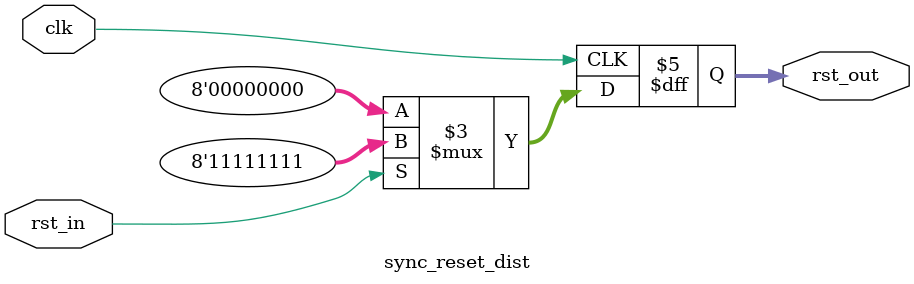
<source format=sv>
module sync_reset_dist(
    input wire clk,
    input wire rst_in,
    output reg [7:0] rst_out
);
    always @(posedge clk) begin
        if (rst_in)
            rst_out <= 8'hFF;  // All outputs active
        else
            rst_out <= 8'h00;  // All outputs inactive
    end
endmodule
</source>
